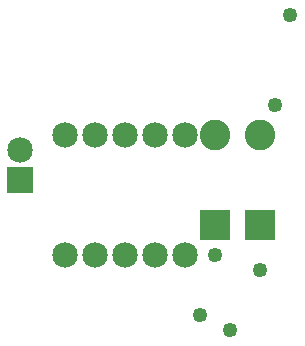
<source format=gbs>
G04 MADE WITH FRITZING*
G04 WWW.FRITZING.ORG*
G04 DOUBLE SIDED*
G04 HOLES PLATED*
G04 CONTOUR ON CENTER OF CONTOUR VECTOR*
%ASAXBY*%
%FSLAX23Y23*%
%MOIN*%
%OFA0B0*%
%SFA1.0B1.0*%
%ADD10C,0.049370*%
%ADD11C,0.085000*%
%ADD12C,0.102000*%
%ADD13R,0.102000X0.102000*%
%ADD14R,0.085000X0.085000*%
%LNMASK0*%
G90*
G70*
G54D10*
X879Y145D03*
X979Y95D03*
X1078Y295D03*
X928Y346D03*
X1129Y845D03*
X1180Y1145D03*
G54D11*
X629Y345D03*
X629Y745D03*
X429Y345D03*
X429Y745D03*
X729Y745D03*
X729Y345D03*
X829Y345D03*
X829Y745D03*
X529Y345D03*
X529Y745D03*
G54D12*
X1079Y445D03*
X1079Y745D03*
G54D11*
X279Y595D03*
X279Y695D03*
G54D12*
X929Y445D03*
X929Y745D03*
G54D13*
X1079Y445D03*
G54D14*
X279Y595D03*
G54D13*
X929Y445D03*
G04 End of Mask0*
M02*
</source>
